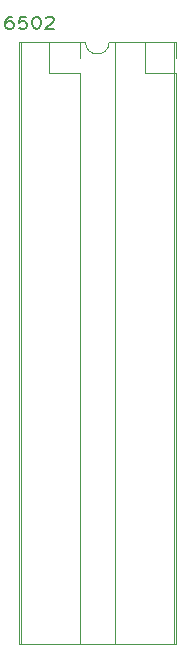
<source format=gbr>
G04 #@! TF.GenerationSoftware,KiCad,Pcbnew,8.0.4*
G04 #@! TF.CreationDate,2024-11-26T14:33:15+01:00*
G04 #@! TF.ProjectId,6502 2x40 Pin Cable Header,36353032-2032-4783-9430-2050696e2043,rev?*
G04 #@! TF.SameCoordinates,Original*
G04 #@! TF.FileFunction,Legend,Top*
G04 #@! TF.FilePolarity,Positive*
%FSLAX46Y46*%
G04 Gerber Fmt 4.6, Leading zero omitted, Abs format (unit mm)*
G04 Created by KiCad (PCBNEW 8.0.4) date 2024-11-26 14:33:15*
%MOMM*%
%LPD*%
G01*
G04 APERTURE LIST*
%ADD10C,0.200000*%
%ADD11C,0.120000*%
G04 APERTURE END LIST*
D10*
X122466286Y-54443219D02*
X122237714Y-54443219D01*
X122237714Y-54443219D02*
X122123428Y-54490838D01*
X122123428Y-54490838D02*
X122066286Y-54538457D01*
X122066286Y-54538457D02*
X121952000Y-54681314D01*
X121952000Y-54681314D02*
X121894857Y-54871790D01*
X121894857Y-54871790D02*
X121894857Y-55252742D01*
X121894857Y-55252742D02*
X121952000Y-55347980D01*
X121952000Y-55347980D02*
X122009143Y-55395600D01*
X122009143Y-55395600D02*
X122123428Y-55443219D01*
X122123428Y-55443219D02*
X122352000Y-55443219D01*
X122352000Y-55443219D02*
X122466286Y-55395600D01*
X122466286Y-55395600D02*
X122523428Y-55347980D01*
X122523428Y-55347980D02*
X122580571Y-55252742D01*
X122580571Y-55252742D02*
X122580571Y-55014647D01*
X122580571Y-55014647D02*
X122523428Y-54919409D01*
X122523428Y-54919409D02*
X122466286Y-54871790D01*
X122466286Y-54871790D02*
X122352000Y-54824171D01*
X122352000Y-54824171D02*
X122123428Y-54824171D01*
X122123428Y-54824171D02*
X122009143Y-54871790D01*
X122009143Y-54871790D02*
X121952000Y-54919409D01*
X121952000Y-54919409D02*
X121894857Y-55014647D01*
X123666285Y-54443219D02*
X123094857Y-54443219D01*
X123094857Y-54443219D02*
X123037714Y-54919409D01*
X123037714Y-54919409D02*
X123094857Y-54871790D01*
X123094857Y-54871790D02*
X123209143Y-54824171D01*
X123209143Y-54824171D02*
X123494857Y-54824171D01*
X123494857Y-54824171D02*
X123609143Y-54871790D01*
X123609143Y-54871790D02*
X123666285Y-54919409D01*
X123666285Y-54919409D02*
X123723428Y-55014647D01*
X123723428Y-55014647D02*
X123723428Y-55252742D01*
X123723428Y-55252742D02*
X123666285Y-55347980D01*
X123666285Y-55347980D02*
X123609143Y-55395600D01*
X123609143Y-55395600D02*
X123494857Y-55443219D01*
X123494857Y-55443219D02*
X123209143Y-55443219D01*
X123209143Y-55443219D02*
X123094857Y-55395600D01*
X123094857Y-55395600D02*
X123037714Y-55347980D01*
X124466285Y-54443219D02*
X124580571Y-54443219D01*
X124580571Y-54443219D02*
X124694857Y-54490838D01*
X124694857Y-54490838D02*
X124752000Y-54538457D01*
X124752000Y-54538457D02*
X124809142Y-54633695D01*
X124809142Y-54633695D02*
X124866285Y-54824171D01*
X124866285Y-54824171D02*
X124866285Y-55062266D01*
X124866285Y-55062266D02*
X124809142Y-55252742D01*
X124809142Y-55252742D02*
X124752000Y-55347980D01*
X124752000Y-55347980D02*
X124694857Y-55395600D01*
X124694857Y-55395600D02*
X124580571Y-55443219D01*
X124580571Y-55443219D02*
X124466285Y-55443219D01*
X124466285Y-55443219D02*
X124352000Y-55395600D01*
X124352000Y-55395600D02*
X124294857Y-55347980D01*
X124294857Y-55347980D02*
X124237714Y-55252742D01*
X124237714Y-55252742D02*
X124180571Y-55062266D01*
X124180571Y-55062266D02*
X124180571Y-54824171D01*
X124180571Y-54824171D02*
X124237714Y-54633695D01*
X124237714Y-54633695D02*
X124294857Y-54538457D01*
X124294857Y-54538457D02*
X124352000Y-54490838D01*
X124352000Y-54490838D02*
X124466285Y-54443219D01*
X125323428Y-54538457D02*
X125380571Y-54490838D01*
X125380571Y-54490838D02*
X125494857Y-54443219D01*
X125494857Y-54443219D02*
X125780571Y-54443219D01*
X125780571Y-54443219D02*
X125894857Y-54490838D01*
X125894857Y-54490838D02*
X125951999Y-54538457D01*
X125951999Y-54538457D02*
X126009142Y-54633695D01*
X126009142Y-54633695D02*
X126009142Y-54728933D01*
X126009142Y-54728933D02*
X125951999Y-54871790D01*
X125951999Y-54871790D02*
X125266285Y-55443219D01*
X125266285Y-55443219D02*
X126009142Y-55443219D01*
D11*
X123003000Y-56582000D02*
X123003000Y-107502000D01*
X123003000Y-56582000D02*
X125603000Y-56582000D01*
X123003000Y-107502000D02*
X128203000Y-107502000D01*
X125603000Y-56582000D02*
X125603000Y-59182000D01*
X125603000Y-59182000D02*
X128203000Y-59182000D01*
X126873000Y-56582000D02*
X128203000Y-56582000D01*
X128203000Y-56582000D02*
X128203000Y-57912000D01*
X128203000Y-59182000D02*
X128203000Y-107502000D01*
X131131000Y-56582000D02*
X131131000Y-107502000D01*
X131131000Y-56582000D02*
X133731000Y-56582000D01*
X131131000Y-107502000D02*
X136331000Y-107502000D01*
X133731000Y-56582000D02*
X133731000Y-59182000D01*
X133731000Y-59182000D02*
X136331000Y-59182000D01*
X135001000Y-56582000D02*
X136331000Y-56582000D01*
X136331000Y-56582000D02*
X136331000Y-57912000D01*
X136331000Y-59182000D02*
X136331000Y-107502000D01*
X123207000Y-56582000D02*
X123207000Y-107502000D01*
X123207000Y-107502000D02*
X136127000Y-107502000D01*
X128667000Y-56582000D02*
X123207000Y-56582000D01*
X136127000Y-56582000D02*
X130667000Y-56582000D01*
X136127000Y-107502000D02*
X136127000Y-56582000D01*
X130667000Y-56582000D02*
G75*
G02*
X128667000Y-56582000I-1000000J0D01*
G01*
M02*

</source>
